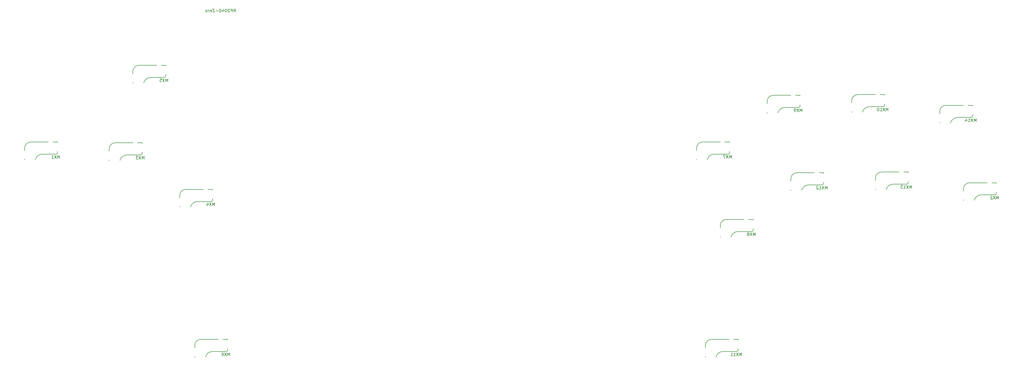
<source format=gbr>
%TF.GenerationSoftware,KiCad,Pcbnew,7.0.10*%
%TF.CreationDate,2024-02-02T19:17:30-06:00*%
%TF.ProjectId,genbox,67656e62-6f78-42e6-9b69-6361645f7063,rev?*%
%TF.SameCoordinates,Original*%
%TF.FileFunction,Legend,Bot*%
%TF.FilePolarity,Positive*%
%FSLAX46Y46*%
G04 Gerber Fmt 4.6, Leading zero omitted, Abs format (unit mm)*
G04 Created by KiCad (PCBNEW 7.0.10) date 2024-02-02 19:17:30*
%MOMM*%
%LPD*%
G01*
G04 APERTURE LIST*
%ADD10C,0.150000*%
G04 APERTURE END LIST*
D10*
X121435952Y-76129819D02*
X121769285Y-75653628D01*
X122007380Y-76129819D02*
X122007380Y-75129819D01*
X122007380Y-75129819D02*
X121626428Y-75129819D01*
X121626428Y-75129819D02*
X121531190Y-75177438D01*
X121531190Y-75177438D02*
X121483571Y-75225057D01*
X121483571Y-75225057D02*
X121435952Y-75320295D01*
X121435952Y-75320295D02*
X121435952Y-75463152D01*
X121435952Y-75463152D02*
X121483571Y-75558390D01*
X121483571Y-75558390D02*
X121531190Y-75606009D01*
X121531190Y-75606009D02*
X121626428Y-75653628D01*
X121626428Y-75653628D02*
X122007380Y-75653628D01*
X121007380Y-76129819D02*
X121007380Y-75129819D01*
X121007380Y-75129819D02*
X120626428Y-75129819D01*
X120626428Y-75129819D02*
X120531190Y-75177438D01*
X120531190Y-75177438D02*
X120483571Y-75225057D01*
X120483571Y-75225057D02*
X120435952Y-75320295D01*
X120435952Y-75320295D02*
X120435952Y-75463152D01*
X120435952Y-75463152D02*
X120483571Y-75558390D01*
X120483571Y-75558390D02*
X120531190Y-75606009D01*
X120531190Y-75606009D02*
X120626428Y-75653628D01*
X120626428Y-75653628D02*
X121007380Y-75653628D01*
X120054999Y-75225057D02*
X120007380Y-75177438D01*
X120007380Y-75177438D02*
X119912142Y-75129819D01*
X119912142Y-75129819D02*
X119674047Y-75129819D01*
X119674047Y-75129819D02*
X119578809Y-75177438D01*
X119578809Y-75177438D02*
X119531190Y-75225057D01*
X119531190Y-75225057D02*
X119483571Y-75320295D01*
X119483571Y-75320295D02*
X119483571Y-75415533D01*
X119483571Y-75415533D02*
X119531190Y-75558390D01*
X119531190Y-75558390D02*
X120102618Y-76129819D01*
X120102618Y-76129819D02*
X119483571Y-76129819D01*
X118864523Y-75129819D02*
X118769285Y-75129819D01*
X118769285Y-75129819D02*
X118674047Y-75177438D01*
X118674047Y-75177438D02*
X118626428Y-75225057D01*
X118626428Y-75225057D02*
X118578809Y-75320295D01*
X118578809Y-75320295D02*
X118531190Y-75510771D01*
X118531190Y-75510771D02*
X118531190Y-75748866D01*
X118531190Y-75748866D02*
X118578809Y-75939342D01*
X118578809Y-75939342D02*
X118626428Y-76034580D01*
X118626428Y-76034580D02*
X118674047Y-76082200D01*
X118674047Y-76082200D02*
X118769285Y-76129819D01*
X118769285Y-76129819D02*
X118864523Y-76129819D01*
X118864523Y-76129819D02*
X118959761Y-76082200D01*
X118959761Y-76082200D02*
X119007380Y-76034580D01*
X119007380Y-76034580D02*
X119054999Y-75939342D01*
X119054999Y-75939342D02*
X119102618Y-75748866D01*
X119102618Y-75748866D02*
X119102618Y-75510771D01*
X119102618Y-75510771D02*
X119054999Y-75320295D01*
X119054999Y-75320295D02*
X119007380Y-75225057D01*
X119007380Y-75225057D02*
X118959761Y-75177438D01*
X118959761Y-75177438D02*
X118864523Y-75129819D01*
X117674047Y-75463152D02*
X117674047Y-76129819D01*
X117912142Y-75082200D02*
X118150237Y-75796485D01*
X118150237Y-75796485D02*
X117531190Y-75796485D01*
X116959761Y-75129819D02*
X116864523Y-75129819D01*
X116864523Y-75129819D02*
X116769285Y-75177438D01*
X116769285Y-75177438D02*
X116721666Y-75225057D01*
X116721666Y-75225057D02*
X116674047Y-75320295D01*
X116674047Y-75320295D02*
X116626428Y-75510771D01*
X116626428Y-75510771D02*
X116626428Y-75748866D01*
X116626428Y-75748866D02*
X116674047Y-75939342D01*
X116674047Y-75939342D02*
X116721666Y-76034580D01*
X116721666Y-76034580D02*
X116769285Y-76082200D01*
X116769285Y-76082200D02*
X116864523Y-76129819D01*
X116864523Y-76129819D02*
X116959761Y-76129819D01*
X116959761Y-76129819D02*
X117054999Y-76082200D01*
X117054999Y-76082200D02*
X117102618Y-76034580D01*
X117102618Y-76034580D02*
X117150237Y-75939342D01*
X117150237Y-75939342D02*
X117197856Y-75748866D01*
X117197856Y-75748866D02*
X117197856Y-75510771D01*
X117197856Y-75510771D02*
X117150237Y-75320295D01*
X117150237Y-75320295D02*
X117102618Y-75225057D01*
X117102618Y-75225057D02*
X117054999Y-75177438D01*
X117054999Y-75177438D02*
X116959761Y-75129819D01*
X116197856Y-75748866D02*
X115435952Y-75748866D01*
X115054999Y-75129819D02*
X114388333Y-75129819D01*
X114388333Y-75129819D02*
X115054999Y-76129819D01*
X115054999Y-76129819D02*
X114388333Y-76129819D01*
X113626428Y-76082200D02*
X113721666Y-76129819D01*
X113721666Y-76129819D02*
X113912142Y-76129819D01*
X113912142Y-76129819D02*
X114007380Y-76082200D01*
X114007380Y-76082200D02*
X114054999Y-75986961D01*
X114054999Y-75986961D02*
X114054999Y-75606009D01*
X114054999Y-75606009D02*
X114007380Y-75510771D01*
X114007380Y-75510771D02*
X113912142Y-75463152D01*
X113912142Y-75463152D02*
X113721666Y-75463152D01*
X113721666Y-75463152D02*
X113626428Y-75510771D01*
X113626428Y-75510771D02*
X113578809Y-75606009D01*
X113578809Y-75606009D02*
X113578809Y-75701247D01*
X113578809Y-75701247D02*
X114054999Y-75796485D01*
X113150237Y-76129819D02*
X113150237Y-75463152D01*
X113150237Y-75653628D02*
X113102618Y-75558390D01*
X113102618Y-75558390D02*
X113054999Y-75510771D01*
X113054999Y-75510771D02*
X112959761Y-75463152D01*
X112959761Y-75463152D02*
X112864523Y-75463152D01*
X112388332Y-76129819D02*
X112483570Y-76082200D01*
X112483570Y-76082200D02*
X112531189Y-76034580D01*
X112531189Y-76034580D02*
X112578808Y-75939342D01*
X112578808Y-75939342D02*
X112578808Y-75653628D01*
X112578808Y-75653628D02*
X112531189Y-75558390D01*
X112531189Y-75558390D02*
X112483570Y-75510771D01*
X112483570Y-75510771D02*
X112388332Y-75463152D01*
X112388332Y-75463152D02*
X112245475Y-75463152D01*
X112245475Y-75463152D02*
X112150237Y-75510771D01*
X112150237Y-75510771D02*
X112102618Y-75558390D01*
X112102618Y-75558390D02*
X112054999Y-75653628D01*
X112054999Y-75653628D02*
X112054999Y-75939342D01*
X112054999Y-75939342D02*
X112102618Y-76034580D01*
X112102618Y-76034580D02*
X112150237Y-76082200D01*
X112150237Y-76082200D02*
X112245475Y-76129819D01*
X112245475Y-76129819D02*
X112388332Y-76129819D01*
X290511904Y-190704819D02*
X290511904Y-189704819D01*
X290511904Y-189704819D02*
X290178571Y-190419104D01*
X290178571Y-190419104D02*
X289845238Y-189704819D01*
X289845238Y-189704819D02*
X289845238Y-190704819D01*
X289464285Y-189704819D02*
X288797619Y-190704819D01*
X288797619Y-189704819D02*
X289464285Y-190704819D01*
X287892857Y-190704819D02*
X288464285Y-190704819D01*
X288178571Y-190704819D02*
X288178571Y-189704819D01*
X288178571Y-189704819D02*
X288273809Y-189847676D01*
X288273809Y-189847676D02*
X288369047Y-189942914D01*
X288369047Y-189942914D02*
X288464285Y-189990533D01*
X286940476Y-190704819D02*
X287511904Y-190704819D01*
X287226190Y-190704819D02*
X287226190Y-189704819D01*
X287226190Y-189704819D02*
X287321428Y-189847676D01*
X287321428Y-189847676D02*
X287416666Y-189942914D01*
X287416666Y-189942914D02*
X287511904Y-189990533D01*
X91554713Y-125160319D02*
X91554713Y-124160319D01*
X91554713Y-124160319D02*
X91221380Y-124874604D01*
X91221380Y-124874604D02*
X90888047Y-124160319D01*
X90888047Y-124160319D02*
X90888047Y-125160319D01*
X90507094Y-124160319D02*
X89840428Y-125160319D01*
X89840428Y-124160319D02*
X90507094Y-125160319D01*
X89554713Y-124160319D02*
X88935666Y-124160319D01*
X88935666Y-124160319D02*
X89268999Y-124541271D01*
X89268999Y-124541271D02*
X89126142Y-124541271D01*
X89126142Y-124541271D02*
X89030904Y-124588890D01*
X89030904Y-124588890D02*
X88983285Y-124636509D01*
X88983285Y-124636509D02*
X88935666Y-124731747D01*
X88935666Y-124731747D02*
X88935666Y-124969842D01*
X88935666Y-124969842D02*
X88983285Y-125065080D01*
X88983285Y-125065080D02*
X89030904Y-125112700D01*
X89030904Y-125112700D02*
X89126142Y-125160319D01*
X89126142Y-125160319D02*
X89411856Y-125160319D01*
X89411856Y-125160319D02*
X89507094Y-125112700D01*
X89507094Y-125112700D02*
X89554713Y-125065080D01*
X318992904Y-135160319D02*
X318992904Y-134160319D01*
X318992904Y-134160319D02*
X318659571Y-134874604D01*
X318659571Y-134874604D02*
X318326238Y-134160319D01*
X318326238Y-134160319D02*
X318326238Y-135160319D01*
X317945285Y-134160319D02*
X317278619Y-135160319D01*
X317278619Y-134160319D02*
X317945285Y-135160319D01*
X316373857Y-135160319D02*
X316945285Y-135160319D01*
X316659571Y-135160319D02*
X316659571Y-134160319D01*
X316659571Y-134160319D02*
X316754809Y-134303176D01*
X316754809Y-134303176D02*
X316850047Y-134398414D01*
X316850047Y-134398414D02*
X316945285Y-134446033D01*
X315992904Y-134255557D02*
X315945285Y-134207938D01*
X315945285Y-134207938D02*
X315850047Y-134160319D01*
X315850047Y-134160319D02*
X315611952Y-134160319D01*
X315611952Y-134160319D02*
X315516714Y-134207938D01*
X315516714Y-134207938D02*
X315469095Y-134255557D01*
X315469095Y-134255557D02*
X315421476Y-134350795D01*
X315421476Y-134350795D02*
X315421476Y-134446033D01*
X315421476Y-134446033D02*
X315469095Y-134588890D01*
X315469095Y-134588890D02*
X316040523Y-135160319D01*
X316040523Y-135160319D02*
X315421476Y-135160319D01*
X120035713Y-190704819D02*
X120035713Y-189704819D01*
X120035713Y-189704819D02*
X119702380Y-190419104D01*
X119702380Y-190419104D02*
X119369047Y-189704819D01*
X119369047Y-189704819D02*
X119369047Y-190704819D01*
X118988094Y-189704819D02*
X118321428Y-190704819D01*
X118321428Y-189704819D02*
X118988094Y-190704819D01*
X117511904Y-189704819D02*
X117702380Y-189704819D01*
X117702380Y-189704819D02*
X117797618Y-189752438D01*
X117797618Y-189752438D02*
X117845237Y-189800057D01*
X117845237Y-189800057D02*
X117940475Y-189942914D01*
X117940475Y-189942914D02*
X117988094Y-190133390D01*
X117988094Y-190133390D02*
X117988094Y-190514342D01*
X117988094Y-190514342D02*
X117940475Y-190609580D01*
X117940475Y-190609580D02*
X117892856Y-190657200D01*
X117892856Y-190657200D02*
X117797618Y-190704819D01*
X117797618Y-190704819D02*
X117607142Y-190704819D01*
X117607142Y-190704819D02*
X117511904Y-190657200D01*
X117511904Y-190657200D02*
X117464285Y-190609580D01*
X117464285Y-190609580D02*
X117416666Y-190514342D01*
X117416666Y-190514342D02*
X117416666Y-190276247D01*
X117416666Y-190276247D02*
X117464285Y-190181009D01*
X117464285Y-190181009D02*
X117511904Y-190133390D01*
X117511904Y-190133390D02*
X117607142Y-190085771D01*
X117607142Y-190085771D02*
X117797618Y-190085771D01*
X117797618Y-190085771D02*
X117892856Y-190133390D01*
X117892856Y-190133390D02*
X117940475Y-190181009D01*
X117940475Y-190181009D02*
X117988094Y-190276247D01*
X376004713Y-138498319D02*
X376004713Y-137498319D01*
X376004713Y-137498319D02*
X375671380Y-138212604D01*
X375671380Y-138212604D02*
X375338047Y-137498319D01*
X375338047Y-137498319D02*
X375338047Y-138498319D01*
X374957094Y-137498319D02*
X374290428Y-138498319D01*
X374290428Y-137498319D02*
X374957094Y-138498319D01*
X373957094Y-137593557D02*
X373909475Y-137545938D01*
X373909475Y-137545938D02*
X373814237Y-137498319D01*
X373814237Y-137498319D02*
X373576142Y-137498319D01*
X373576142Y-137498319D02*
X373480904Y-137545938D01*
X373480904Y-137545938D02*
X373433285Y-137593557D01*
X373433285Y-137593557D02*
X373385666Y-137688795D01*
X373385666Y-137688795D02*
X373385666Y-137784033D01*
X373385666Y-137784033D02*
X373433285Y-137926890D01*
X373433285Y-137926890D02*
X374004713Y-138498319D01*
X374004713Y-138498319D02*
X373385666Y-138498319D01*
X347151904Y-134916719D02*
X347151904Y-133916719D01*
X347151904Y-133916719D02*
X346818571Y-134631004D01*
X346818571Y-134631004D02*
X346485238Y-133916719D01*
X346485238Y-133916719D02*
X346485238Y-134916719D01*
X346104285Y-133916719D02*
X345437619Y-134916719D01*
X345437619Y-133916719D02*
X346104285Y-134916719D01*
X344532857Y-134916719D02*
X345104285Y-134916719D01*
X344818571Y-134916719D02*
X344818571Y-133916719D01*
X344818571Y-133916719D02*
X344913809Y-134059576D01*
X344913809Y-134059576D02*
X345009047Y-134154814D01*
X345009047Y-134154814D02*
X345104285Y-134202433D01*
X344199523Y-133916719D02*
X343580476Y-133916719D01*
X343580476Y-133916719D02*
X343913809Y-134297671D01*
X343913809Y-134297671D02*
X343770952Y-134297671D01*
X343770952Y-134297671D02*
X343675714Y-134345290D01*
X343675714Y-134345290D02*
X343628095Y-134392909D01*
X343628095Y-134392909D02*
X343580476Y-134488147D01*
X343580476Y-134488147D02*
X343580476Y-134726242D01*
X343580476Y-134726242D02*
X343628095Y-134821480D01*
X343628095Y-134821480D02*
X343675714Y-134869100D01*
X343675714Y-134869100D02*
X343770952Y-134916719D01*
X343770952Y-134916719D02*
X344056666Y-134916719D01*
X344056666Y-134916719D02*
X344151904Y-134869100D01*
X344151904Y-134869100D02*
X344199523Y-134821480D01*
X339257904Y-109096519D02*
X339257904Y-108096519D01*
X339257904Y-108096519D02*
X338924571Y-108810804D01*
X338924571Y-108810804D02*
X338591238Y-108096519D01*
X338591238Y-108096519D02*
X338591238Y-109096519D01*
X338210285Y-108096519D02*
X337543619Y-109096519D01*
X337543619Y-108096519D02*
X338210285Y-109096519D01*
X336638857Y-109096519D02*
X337210285Y-109096519D01*
X336924571Y-109096519D02*
X336924571Y-108096519D01*
X336924571Y-108096519D02*
X337019809Y-108239376D01*
X337019809Y-108239376D02*
X337115047Y-108334614D01*
X337115047Y-108334614D02*
X337210285Y-108382233D01*
X336019809Y-108096519D02*
X335924571Y-108096519D01*
X335924571Y-108096519D02*
X335829333Y-108144138D01*
X335829333Y-108144138D02*
X335781714Y-108191757D01*
X335781714Y-108191757D02*
X335734095Y-108286995D01*
X335734095Y-108286995D02*
X335686476Y-108477471D01*
X335686476Y-108477471D02*
X335686476Y-108715566D01*
X335686476Y-108715566D02*
X335734095Y-108906042D01*
X335734095Y-108906042D02*
X335781714Y-109001280D01*
X335781714Y-109001280D02*
X335829333Y-109048900D01*
X335829333Y-109048900D02*
X335924571Y-109096519D01*
X335924571Y-109096519D02*
X336019809Y-109096519D01*
X336019809Y-109096519D02*
X336115047Y-109048900D01*
X336115047Y-109048900D02*
X336162666Y-109001280D01*
X336162666Y-109001280D02*
X336210285Y-108906042D01*
X336210285Y-108906042D02*
X336257904Y-108715566D01*
X336257904Y-108715566D02*
X336257904Y-108477471D01*
X336257904Y-108477471D02*
X336210285Y-108286995D01*
X336210285Y-108286995D02*
X336162666Y-108191757D01*
X336162666Y-108191757D02*
X336115047Y-108144138D01*
X336115047Y-108144138D02*
X336019809Y-108096519D01*
X310622713Y-109340119D02*
X310622713Y-108340119D01*
X310622713Y-108340119D02*
X310289380Y-109054404D01*
X310289380Y-109054404D02*
X309956047Y-108340119D01*
X309956047Y-108340119D02*
X309956047Y-109340119D01*
X309575094Y-108340119D02*
X308908428Y-109340119D01*
X308908428Y-108340119D02*
X309575094Y-109340119D01*
X308479856Y-109340119D02*
X308289380Y-109340119D01*
X308289380Y-109340119D02*
X308194142Y-109292500D01*
X308194142Y-109292500D02*
X308146523Y-109244880D01*
X308146523Y-109244880D02*
X308051285Y-109102023D01*
X308051285Y-109102023D02*
X308003666Y-108911547D01*
X308003666Y-108911547D02*
X308003666Y-108530595D01*
X308003666Y-108530595D02*
X308051285Y-108435357D01*
X308051285Y-108435357D02*
X308098904Y-108387738D01*
X308098904Y-108387738D02*
X308194142Y-108340119D01*
X308194142Y-108340119D02*
X308384618Y-108340119D01*
X308384618Y-108340119D02*
X308479856Y-108387738D01*
X308479856Y-108387738D02*
X308527475Y-108435357D01*
X308527475Y-108435357D02*
X308575094Y-108530595D01*
X308575094Y-108530595D02*
X308575094Y-108768690D01*
X308575094Y-108768690D02*
X308527475Y-108863928D01*
X308527475Y-108863928D02*
X308479856Y-108911547D01*
X308479856Y-108911547D02*
X308384618Y-108959166D01*
X308384618Y-108959166D02*
X308194142Y-108959166D01*
X308194142Y-108959166D02*
X308098904Y-108911547D01*
X308098904Y-108911547D02*
X308051285Y-108863928D01*
X308051285Y-108863928D02*
X308003666Y-108768690D01*
X99448713Y-99340119D02*
X99448713Y-98340119D01*
X99448713Y-98340119D02*
X99115380Y-99054404D01*
X99115380Y-99054404D02*
X98782047Y-98340119D01*
X98782047Y-98340119D02*
X98782047Y-99340119D01*
X98401094Y-98340119D02*
X97734428Y-99340119D01*
X97734428Y-98340119D02*
X98401094Y-99340119D01*
X96877285Y-98340119D02*
X97353475Y-98340119D01*
X97353475Y-98340119D02*
X97401094Y-98816309D01*
X97401094Y-98816309D02*
X97353475Y-98768690D01*
X97353475Y-98768690D02*
X97258237Y-98721071D01*
X97258237Y-98721071D02*
X97020142Y-98721071D01*
X97020142Y-98721071D02*
X96924904Y-98768690D01*
X96924904Y-98768690D02*
X96877285Y-98816309D01*
X96877285Y-98816309D02*
X96829666Y-98911547D01*
X96829666Y-98911547D02*
X96829666Y-99149642D01*
X96829666Y-99149642D02*
X96877285Y-99244880D01*
X96877285Y-99244880D02*
X96924904Y-99292500D01*
X96924904Y-99292500D02*
X97020142Y-99340119D01*
X97020142Y-99340119D02*
X97258237Y-99340119D01*
X97258237Y-99340119D02*
X97353475Y-99292500D01*
X97353475Y-99292500D02*
X97401094Y-99244880D01*
X295035713Y-150704819D02*
X295035713Y-149704819D01*
X295035713Y-149704819D02*
X294702380Y-150419104D01*
X294702380Y-150419104D02*
X294369047Y-149704819D01*
X294369047Y-149704819D02*
X294369047Y-150704819D01*
X293988094Y-149704819D02*
X293321428Y-150704819D01*
X293321428Y-149704819D02*
X293988094Y-150704819D01*
X292797618Y-150133390D02*
X292892856Y-150085771D01*
X292892856Y-150085771D02*
X292940475Y-150038152D01*
X292940475Y-150038152D02*
X292988094Y-149942914D01*
X292988094Y-149942914D02*
X292988094Y-149895295D01*
X292988094Y-149895295D02*
X292940475Y-149800057D01*
X292940475Y-149800057D02*
X292892856Y-149752438D01*
X292892856Y-149752438D02*
X292797618Y-149704819D01*
X292797618Y-149704819D02*
X292607142Y-149704819D01*
X292607142Y-149704819D02*
X292511904Y-149752438D01*
X292511904Y-149752438D02*
X292464285Y-149800057D01*
X292464285Y-149800057D02*
X292416666Y-149895295D01*
X292416666Y-149895295D02*
X292416666Y-149942914D01*
X292416666Y-149942914D02*
X292464285Y-150038152D01*
X292464285Y-150038152D02*
X292511904Y-150085771D01*
X292511904Y-150085771D02*
X292607142Y-150133390D01*
X292607142Y-150133390D02*
X292797618Y-150133390D01*
X292797618Y-150133390D02*
X292892856Y-150181009D01*
X292892856Y-150181009D02*
X292940475Y-150228628D01*
X292940475Y-150228628D02*
X292988094Y-150323866D01*
X292988094Y-150323866D02*
X292988094Y-150514342D01*
X292988094Y-150514342D02*
X292940475Y-150609580D01*
X292940475Y-150609580D02*
X292892856Y-150657200D01*
X292892856Y-150657200D02*
X292797618Y-150704819D01*
X292797618Y-150704819D02*
X292607142Y-150704819D01*
X292607142Y-150704819D02*
X292511904Y-150657200D01*
X292511904Y-150657200D02*
X292464285Y-150609580D01*
X292464285Y-150609580D02*
X292416666Y-150514342D01*
X292416666Y-150514342D02*
X292416666Y-150323866D01*
X292416666Y-150323866D02*
X292464285Y-150228628D01*
X292464285Y-150228628D02*
X292511904Y-150181009D01*
X292511904Y-150181009D02*
X292607142Y-150133390D01*
X287141713Y-124884619D02*
X287141713Y-123884619D01*
X287141713Y-123884619D02*
X286808380Y-124598904D01*
X286808380Y-124598904D02*
X286475047Y-123884619D01*
X286475047Y-123884619D02*
X286475047Y-124884619D01*
X286094094Y-123884619D02*
X285427428Y-124884619D01*
X285427428Y-123884619D02*
X286094094Y-124884619D01*
X285141713Y-123884619D02*
X284475047Y-123884619D01*
X284475047Y-123884619D02*
X284903618Y-124884619D01*
X63395713Y-124916719D02*
X63395713Y-123916719D01*
X63395713Y-123916719D02*
X63062380Y-124631004D01*
X63062380Y-124631004D02*
X62729047Y-123916719D01*
X62729047Y-123916719D02*
X62729047Y-124916719D01*
X62348094Y-123916719D02*
X61681428Y-124916719D01*
X61681428Y-123916719D02*
X62348094Y-124916719D01*
X60776666Y-124916719D02*
X61348094Y-124916719D01*
X61062380Y-124916719D02*
X61062380Y-123916719D01*
X61062380Y-123916719D02*
X61157618Y-124059576D01*
X61157618Y-124059576D02*
X61252856Y-124154814D01*
X61252856Y-124154814D02*
X61348094Y-124202433D01*
X368586904Y-112678119D02*
X368586904Y-111678119D01*
X368586904Y-111678119D02*
X368253571Y-112392404D01*
X368253571Y-112392404D02*
X367920238Y-111678119D01*
X367920238Y-111678119D02*
X367920238Y-112678119D01*
X367539285Y-111678119D02*
X366872619Y-112678119D01*
X366872619Y-111678119D02*
X367539285Y-112678119D01*
X365967857Y-112678119D02*
X366539285Y-112678119D01*
X366253571Y-112678119D02*
X366253571Y-111678119D01*
X366253571Y-111678119D02*
X366348809Y-111820976D01*
X366348809Y-111820976D02*
X366444047Y-111916214D01*
X366444047Y-111916214D02*
X366539285Y-111963833D01*
X365110714Y-112011452D02*
X365110714Y-112678119D01*
X365348809Y-111630500D02*
X365586904Y-112344785D01*
X365586904Y-112344785D02*
X364967857Y-112344785D01*
X115035713Y-140704819D02*
X115035713Y-139704819D01*
X115035713Y-139704819D02*
X114702380Y-140419104D01*
X114702380Y-140419104D02*
X114369047Y-139704819D01*
X114369047Y-139704819D02*
X114369047Y-140704819D01*
X113988094Y-139704819D02*
X113321428Y-140704819D01*
X113321428Y-139704819D02*
X113988094Y-140704819D01*
X112511904Y-140038152D02*
X112511904Y-140704819D01*
X112749999Y-139657200D02*
X112988094Y-140371485D01*
X112988094Y-140371485D02*
X112369047Y-140371485D01*
%TO.C,MX11*%
X289364824Y-188329780D02*
X289364824Y-188799780D01*
X289364824Y-185249780D02*
X289364824Y-185479780D01*
X288864824Y-189299780D02*
X284300000Y-189299780D01*
X287814824Y-185249780D02*
X289364824Y-185249780D01*
X280414824Y-185249780D02*
X286314824Y-185249780D01*
X278414824Y-190899780D02*
X278414824Y-191139780D01*
X278414824Y-188049780D02*
X278414824Y-187249780D01*
X288864824Y-189299780D02*
G75*
G03*
X289364824Y-188799780I-1J500001D01*
G01*
X284300000Y-189299781D02*
G75*
G03*
X282005679Y-191139780I-866J-2349331D01*
G01*
X280414824Y-185249780D02*
G75*
G03*
X278414824Y-187249780I4J-2000004D01*
G01*
%TO.C,MX3*%
X90883824Y-122785280D02*
X90883824Y-123255280D01*
X90883824Y-119705280D02*
X90883824Y-119935280D01*
X90383824Y-123755280D02*
X85819000Y-123755280D01*
X89333824Y-119705280D02*
X90883824Y-119705280D01*
X81933824Y-119705280D02*
X87833824Y-119705280D01*
X79933824Y-125355280D02*
X79933824Y-125595280D01*
X79933824Y-122505280D02*
X79933824Y-121705280D01*
X90383824Y-123755280D02*
G75*
G03*
X90883824Y-123255280I-1J500001D01*
G01*
X85819000Y-123755281D02*
G75*
G03*
X83524679Y-125595280I-866J-2349331D01*
G01*
X81933824Y-119705280D02*
G75*
G03*
X79933824Y-121705280I4J-2000004D01*
G01*
%TO.C,MX12*%
X317845824Y-132785280D02*
X317845824Y-133255280D01*
X317845824Y-129705280D02*
X317845824Y-129935280D01*
X317345824Y-133755280D02*
X312781000Y-133755280D01*
X316295824Y-129705280D02*
X317845824Y-129705280D01*
X308895824Y-129705280D02*
X314795824Y-129705280D01*
X306895824Y-135355280D02*
X306895824Y-135595280D01*
X306895824Y-132505280D02*
X306895824Y-131705280D01*
X317345824Y-133755280D02*
G75*
G03*
X317845824Y-133255280I-1J500001D01*
G01*
X312781000Y-133755281D02*
G75*
G03*
X310486679Y-135595280I-866J-2349331D01*
G01*
X308895824Y-129705280D02*
G75*
G03*
X306895824Y-131705280I4J-2000004D01*
G01*
%TO.C,MX6*%
X119364824Y-188329780D02*
X119364824Y-188799780D01*
X119364824Y-185249780D02*
X119364824Y-185479780D01*
X118864824Y-189299780D02*
X114300000Y-189299780D01*
X117814824Y-185249780D02*
X119364824Y-185249780D01*
X110414824Y-185249780D02*
X116314824Y-185249780D01*
X108414824Y-190899780D02*
X108414824Y-191139780D01*
X108414824Y-188049780D02*
X108414824Y-187249780D01*
X118864824Y-189299780D02*
G75*
G03*
X119364824Y-188799780I-1J500001D01*
G01*
X114300000Y-189299781D02*
G75*
G03*
X112005679Y-191139780I-866J-2349331D01*
G01*
X110414824Y-185249780D02*
G75*
G03*
X108414824Y-187249780I4J-2000004D01*
G01*
%TO.C,MX2*%
X375333824Y-136123280D02*
X375333824Y-136593280D01*
X375333824Y-133043280D02*
X375333824Y-133273280D01*
X374833824Y-137093280D02*
X370269000Y-137093280D01*
X373783824Y-133043280D02*
X375333824Y-133043280D01*
X366383824Y-133043280D02*
X372283824Y-133043280D01*
X364383824Y-138693280D02*
X364383824Y-138933280D01*
X364383824Y-135843280D02*
X364383824Y-135043280D01*
X374833824Y-137093280D02*
G75*
G03*
X375333824Y-136593280I-1J500001D01*
G01*
X370269000Y-137093281D02*
G75*
G03*
X367974679Y-138933280I-866J-2349331D01*
G01*
X366383824Y-133043280D02*
G75*
G03*
X364383824Y-135043280I4J-2000004D01*
G01*
%TO.C,MX13*%
X346004824Y-132541680D02*
X346004824Y-133011680D01*
X346004824Y-129461680D02*
X346004824Y-129691680D01*
X345504824Y-133511680D02*
X340940000Y-133511680D01*
X344454824Y-129461680D02*
X346004824Y-129461680D01*
X337054824Y-129461680D02*
X342954824Y-129461680D01*
X335054824Y-135111680D02*
X335054824Y-135351680D01*
X335054824Y-132261680D02*
X335054824Y-131461680D01*
X345504824Y-133511680D02*
G75*
G03*
X346004824Y-133011680I-1J500001D01*
G01*
X340940000Y-133511681D02*
G75*
G03*
X338645679Y-135351680I-866J-2349331D01*
G01*
X337054824Y-129461680D02*
G75*
G03*
X335054824Y-131461680I4J-2000004D01*
G01*
%TO.C,MX10*%
X338110824Y-106721480D02*
X338110824Y-107191480D01*
X338110824Y-103641480D02*
X338110824Y-103871480D01*
X337610824Y-107691480D02*
X333046000Y-107691480D01*
X336560824Y-103641480D02*
X338110824Y-103641480D01*
X329160824Y-103641480D02*
X335060824Y-103641480D01*
X327160824Y-109291480D02*
X327160824Y-109531480D01*
X327160824Y-106441480D02*
X327160824Y-105641480D01*
X337610824Y-107691480D02*
G75*
G03*
X338110824Y-107191480I-1J500001D01*
G01*
X333046000Y-107691481D02*
G75*
G03*
X330751679Y-109531480I-866J-2349331D01*
G01*
X329160824Y-103641480D02*
G75*
G03*
X327160824Y-105641480I4J-2000004D01*
G01*
%TO.C,MX9*%
X309951824Y-106965080D02*
X309951824Y-107435080D01*
X309951824Y-103885080D02*
X309951824Y-104115080D01*
X309451824Y-107935080D02*
X304887000Y-107935080D01*
X308401824Y-103885080D02*
X309951824Y-103885080D01*
X301001824Y-103885080D02*
X306901824Y-103885080D01*
X299001824Y-109535080D02*
X299001824Y-109775080D01*
X299001824Y-106685080D02*
X299001824Y-105885080D01*
X309451824Y-107935080D02*
G75*
G03*
X309951824Y-107435080I-1J500001D01*
G01*
X304887000Y-107935081D02*
G75*
G03*
X302592679Y-109775080I-866J-2349331D01*
G01*
X301001824Y-103885080D02*
G75*
G03*
X299001824Y-105885080I4J-2000004D01*
G01*
%TO.C,MX5*%
X98777824Y-96965080D02*
X98777824Y-97435080D01*
X98777824Y-93885080D02*
X98777824Y-94115080D01*
X98277824Y-97935080D02*
X93713000Y-97935080D01*
X97227824Y-93885080D02*
X98777824Y-93885080D01*
X89827824Y-93885080D02*
X95727824Y-93885080D01*
X87827824Y-99535080D02*
X87827824Y-99775080D01*
X87827824Y-96685080D02*
X87827824Y-95885080D01*
X98277824Y-97935080D02*
G75*
G03*
X98777824Y-97435080I-1J500001D01*
G01*
X93713000Y-97935081D02*
G75*
G03*
X91418679Y-99775080I-866J-2349331D01*
G01*
X89827824Y-93885080D02*
G75*
G03*
X87827824Y-95885080I4J-2000004D01*
G01*
%TO.C,MX8*%
X294364824Y-148329780D02*
X294364824Y-148799780D01*
X294364824Y-145249780D02*
X294364824Y-145479780D01*
X293864824Y-149299780D02*
X289300000Y-149299780D01*
X292814824Y-145249780D02*
X294364824Y-145249780D01*
X285414824Y-145249780D02*
X291314824Y-145249780D01*
X283414824Y-150899780D02*
X283414824Y-151139780D01*
X283414824Y-148049780D02*
X283414824Y-147249780D01*
X293864824Y-149299780D02*
G75*
G03*
X294364824Y-148799780I-1J500001D01*
G01*
X289300000Y-149299781D02*
G75*
G03*
X287005679Y-151139780I-866J-2349331D01*
G01*
X285414824Y-145249780D02*
G75*
G03*
X283414824Y-147249780I4J-2000004D01*
G01*
%TO.C,MX7*%
X286470824Y-122509580D02*
X286470824Y-122979580D01*
X286470824Y-119429580D02*
X286470824Y-119659580D01*
X285970824Y-123479580D02*
X281406000Y-123479580D01*
X284920824Y-119429580D02*
X286470824Y-119429580D01*
X277520824Y-119429580D02*
X283420824Y-119429580D01*
X275520824Y-125079580D02*
X275520824Y-125319580D01*
X275520824Y-122229580D02*
X275520824Y-121429580D01*
X285970824Y-123479580D02*
G75*
G03*
X286470824Y-122979580I-1J500001D01*
G01*
X281406000Y-123479581D02*
G75*
G03*
X279111679Y-125319580I-866J-2349331D01*
G01*
X277520824Y-119429580D02*
G75*
G03*
X275520824Y-121429580I4J-2000004D01*
G01*
%TO.C,MX1*%
X62724824Y-122541680D02*
X62724824Y-123011680D01*
X62724824Y-119461680D02*
X62724824Y-119691680D01*
X62224824Y-123511680D02*
X57660000Y-123511680D01*
X61174824Y-119461680D02*
X62724824Y-119461680D01*
X53774824Y-119461680D02*
X59674824Y-119461680D01*
X51774824Y-125111680D02*
X51774824Y-125351680D01*
X51774824Y-122261680D02*
X51774824Y-121461680D01*
X62224824Y-123511680D02*
G75*
G03*
X62724824Y-123011680I-1J500001D01*
G01*
X57660000Y-123511681D02*
G75*
G03*
X55365679Y-125351680I-866J-2349331D01*
G01*
X53774824Y-119461680D02*
G75*
G03*
X51774824Y-121461680I4J-2000004D01*
G01*
%TO.C,MX14*%
X367439824Y-110303080D02*
X367439824Y-110773080D01*
X367439824Y-107223080D02*
X367439824Y-107453080D01*
X366939824Y-111273080D02*
X362375000Y-111273080D01*
X365889824Y-107223080D02*
X367439824Y-107223080D01*
X358489824Y-107223080D02*
X364389824Y-107223080D01*
X356489824Y-112873080D02*
X356489824Y-113113080D01*
X356489824Y-110023080D02*
X356489824Y-109223080D01*
X366939824Y-111273080D02*
G75*
G03*
X367439824Y-110773080I-1J500001D01*
G01*
X362375000Y-111273081D02*
G75*
G03*
X360080679Y-113113080I-866J-2349331D01*
G01*
X358489824Y-107223080D02*
G75*
G03*
X356489824Y-109223080I4J-2000004D01*
G01*
%TO.C,MX4*%
X114364824Y-138329780D02*
X114364824Y-138799780D01*
X114364824Y-135249780D02*
X114364824Y-135479780D01*
X113864824Y-139299780D02*
X109300000Y-139299780D01*
X112814824Y-135249780D02*
X114364824Y-135249780D01*
X105414824Y-135249780D02*
X111314824Y-135249780D01*
X103414824Y-140899780D02*
X103414824Y-141139780D01*
X103414824Y-138049780D02*
X103414824Y-137249780D01*
X113864824Y-139299780D02*
G75*
G03*
X114364824Y-138799780I-1J500001D01*
G01*
X109300000Y-139299781D02*
G75*
G03*
X107005679Y-141139780I-866J-2349331D01*
G01*
X105414824Y-135249780D02*
G75*
G03*
X103414824Y-137249780I4J-2000004D01*
G01*
%TD*%
M02*

</source>
